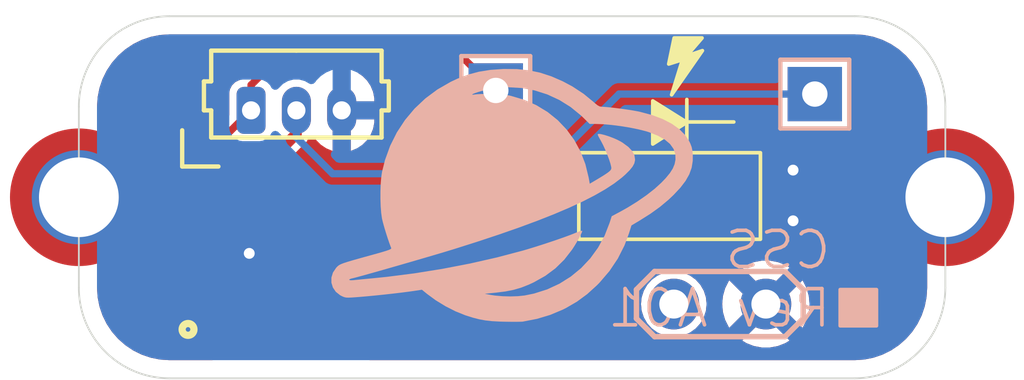
<source format=kicad_pcb>
(kicad_pcb (version 20240108) (generator "pcbnew") (generator_version "8.0")
  (layers (0 "F.Cu" signal) (31 "B.Cu" signal) (34 "B.Paste" user) (35 "F.Paste" user) (36 "B.SilkS" user "B.Silkscreen") (37 "F.SilkS" user "F.Silkscreen") (38 "B.Mask" user) (39 "F.Mask" user) (44 "Edge.Cuts" user))
  (net 0 "")
  (net 1 "OUT")
  (net 2 "Net-(CR1-CATHODE)")
  (net 3 "GND")
  (net 4 "+5V")
  (footprint "PCM_Package_TO_SOT_SMD_AKL:SOT-23-5" (layer "F.Cu") (at 131.911499 59.8 90)
    (property "Reference" "U1" (hide yes))
    (property "Value" "TSV7721IL" (hide yes))
    (fp_circle (center -1.8 -1.7) (end -1.736499 -1.7) (stroke (width 0.2)) (fill none) (layer "F.SilkS"))
    (pad "1" smd roundrect (at -1.1 -0.95 90) (size 1.06 0.65) (layers "F.Cu" "F.Paste" "F.Mask") (net 1 "OUT"))
    (pad "2" smd roundrect (at -1.099999 0 90) (size 1.06 0.65) (layers "F.Cu" "F.Paste" "F.Mask") (net 3 "GND"))
    (pad "3" smd roundrect (at -1.1 0.95 90) (size 1.06 0.65) (layers "F.Cu" "F.Paste" "F.Mask") (net 3 "GND"))
    (pad "4" smd roundrect (at 1.1 0.95 90) (size 1.06 0.65) (layers "F.Cu" "F.Paste" "F.Mask") (net 2 "Net-(CR1-CATHODE)"))
    (pad "5" smd roundrect (at 1.1 -0.95 90) (size 1.06 0.65) (layers "F.Cu" "F.Paste" "F.Mask") (net 4 "+5V"))
  )
  (footprint "VEMD6060X01:VEMD6060X01" (layer "F.Cu") (at 143.5 57.9 180)
    (property "Reference" "CR1" (hide yes))
    (property "Value" "VEMD6060X01" (hide yes))
    (fp_line (start -0.47 2.65) (end -0.47 2.01) (stroke (width 0.1)) (layer "F.SilkS"))
    (fp_line (start -0.47 2.02) (end -0.47 1.420196) (stroke (width 0.1)) (layer "F.SilkS"))
    (fp_line (start -1.765 2.03) (end 1.765 2.03) (stroke (width 0.1)) (layer "F.SilkS"))
    (fp_poly (pts (xy 0.47 1.420196) (xy 0.47 2.610196) (xy -0.47 2.02)) (stroke (width 0.1)) (fill solid) (layer "F.SilkS"))
    (fp_poly (pts (xy -2.5 -1.21) (xy 2.51 -1.21) (xy 2.51 1.18) (xy -2.5 1.18)) (stroke (width 0.1)) (fill none) (layer "F.SilkS"))
    (fp_poly (pts (xy -0.89 4.35) (xy -0.12 4.35) (xy 0.03 3.63) (xy -0.35 3.749999) (xy -0.05 2.78) (xy -0.900001 4) (xy -0.46 3.85)) (stroke (width 0.1)) (fill solid) (layer "F.SilkS"))
    (pad "1" smd rect (at -1.77 -0.530001 180) (size 1.09 0.88) (layers "F.Cu" "F.Paste" "F.Mask") (net 3 "GND"))
    (pad "2" smd rect (at -1.77 0.530001 180) (size 1.09 0.88) (layers "F.Cu" "F.Paste" "F.Mask") (net 3 "GND"))
    (pad "3" smd rect (at 1.77 0 180) (size 1.09 1.02) (layers "F.Cu" "F.Paste" "F.Mask") (net 2 "Net-(CR1-CATHODE)"))
  )
  (footprint "MountingHole:MountingHole_2.2mm_M2_DIN965_Pad_TopOnly" (layer "F.Cu") (at 127.2 57.95)
    (property "Reference" "J2" (hide yes))
    (property "Value" "M2" (hide yes))
    (pad "1" thru_hole circle (at 0 0) (size 2.6 2.6) (drill 2.2) (layers "*.Cu" "*.Mask") (net 3 "GND"))
    (pad "1" connect circle (at 0 0) (size 3.8 3.8) (layers "F.Cu" "F.Mask") (net 3 "GND"))
  )
  (footprint "Resistor_SMD:R_0805_2012Metric_Pad1.20x1.40mm_HandSolder" (layer "F.Cu") (at 138.2 59.81925 -90)
    (property "Reference" "R1" (hide yes))
    (property "Value" "1.5M" (hide yes))
    (pad "1" smd roundrect (at -1 0 270) (size 1.2 1.4) (layers "F.Cu" "F.Paste" "F.Mask") (roundrect_rratio 0.208333) (net 2 "Net-(CR1-CATHODE)"))
    (pad "2" smd roundrect (at 1 0 270) (size 1.2 1.4) (layers "F.Cu" "F.Paste" "F.Mask") (roundrect_rratio 0.208333) (net 1 "OUT"))
  )
  (footprint "PCM_Capacitor_SMD_AKL:C_0805_2012Metric_Pad1.15x1.40mm_HandSolder" (layer "F.Cu") (at 135.480749 59.81925 90)
    (property "Reference" "C1" (hide yes))
    (property "Value" "22pF" (hide yes))
    (pad "1" smd roundrect (at -1.024999 0 90) (size 1.15 1.4) (layers "F.Cu" "F.Paste" "F.Mask") (roundrect_rratio 0.217391) (net 1 "OUT"))
    (pad "2" smd roundrect (at 1.024999 0 90) (size 1.15 1.4) (layers "F.Cu" "F.Paste" "F.Mask") (roundrect_rratio 0.217391) (net 2 "Net-(CR1-CATHODE)"))
  )
  (footprint "Connector_Molex:Molex_PicoBlade_53047-0310_1x03_P1.25mm_Vertical" (layer "F.Cu") (at 131.95 55.55)
    (property "Reference" "J1" (hide yes))
    (property "Value" "PicoBlade_01x03" (hide yes))
    (fp_line (start -1.899999 1.55) (end -1.9 0.55) (stroke (width 0.12)) (layer "F.SilkS"))
    (fp_line (start -1.899999 1.55) (end -0.900001 1.55) (stroke (width 0.12)) (layer "F.SilkS"))
    (fp_line (start -1.3 -0.8) (end -1.1 -0.8) (stroke (width 0.12)) (layer "F.SilkS"))
    (fp_line (start -1.3 0) (end -1.3 -0.8) (stroke (width 0.12)) (layer "F.SilkS"))
    (fp_line (start -1.1 -1.65) (end 1.25 -1.65) (stroke (width 0.12)) (layer "F.SilkS"))
    (fp_line (start -1.1 -0.8) (end -1.1 -1.65) (stroke (width 0.12)) (layer "F.SilkS"))
    (fp_line (start -1.1 0.750001) (end -1.099999 0) (stroke (width 0.12)) (layer "F.SilkS"))
    (fp_line (start -1.099999 0) (end -1.3 0) (stroke (width 0.12)) (layer "F.SilkS"))
    (fp_line (start 1.25 0.750001) (end -1.1 0.750001) (stroke (width 0.12)) (layer "F.SilkS"))
    (fp_line (start 1.25 0.750001) (end 3.599999 0.75) (stroke (width 0.12)) (layer "F.SilkS"))
    (fp_line (start 3.599999 0) (end 3.8 0) (stroke (width 0.12)) (layer "F.SilkS"))
    (fp_line (start 3.599999 0.75) (end 3.599999 0) (stroke (width 0.12)) (layer "F.SilkS"))
    (fp_line (start 3.6 -1.65) (end 1.25 -1.65) (stroke (width 0.12)) (layer "F.SilkS"))
    (fp_line (start 3.6 -0.8) (end 3.6 -1.65) (stroke (width 0.12)) (layer "F.SilkS"))
    (fp_line (start 3.8 -0.8) (end 3.6 -0.8) (stroke (width 0.12)) (layer "F.SilkS"))
    (fp_line (start 3.8 0) (end 3.8 -0.8) (stroke (width 0.12)) (layer "F.SilkS"))
    (pad "1" thru_hole roundrect (at 0 0) (size 0.8 1.3) (drill 0.5) (layers "*.Cu" "*.Mask") (net 1 "OUT"))
    (pad "2" thru_hole oval (at 1.249999 0) (size 0.8 1.3) (drill 0.5) (layers "*.Cu" "*.Mask") (net 4 "+5V"))
    (pad "3" thru_hole oval (at 2.5 0) (size 0.8 1.3) (drill 0.5) (layers "*.Cu" "*.Mask") (net 3 "GND"))
  )
  (footprint "MountingHole:MountingHole_2.2mm_M2_DIN965_Pad_TopOnly" (layer "F.Cu") (at 151.1 57.95)
    (property "Reference" "J3" (hide yes))
    (property "Value" "M2" (hide yes))
    (pad "1" thru_hole circle (at 0 0) (size 2.6 2.6) (drill 2.2) (layers "*.Cu" "*.Mask") (net 3 "GND"))
    (pad "1" connect circle (at 0 0) (size 3.8 3.8) (layers "F.Cu" "F.Mask") (net 3 "GND"))
  )
  (footprint "TestPoint:TestPoint_2Pads_Pitch2.54mm_Drill0.8mm" (layer "B.Cu") (at 146.15 60.9 180)
    (property "Reference" "TP3" (hide yes))
    (property "Value" "TestPoint" (hide yes))
    (fp_line (start 3.57 0.4) (end 3.07 0.9) (stroke (width 0.15)) (layer "B.SilkS"))
    (fp_line (start 3.57 -0.4) (end 3.57 0.4) (stroke (width 0.15)) (layer "B.SilkS"))
    (fp_line (start 3.07 0.9) (end -0.53 0.9) (stroke (width 0.15)) (layer "B.SilkS"))
    (fp_line (start 3.07 -0.9) (end 3.57 -0.4) (stroke (width 0.15)) (layer "B.SilkS"))
    (fp_line (start -0.53 0.9) (end -1.03 0.4) (stroke (width 0.15)) (layer "B.SilkS"))
    (fp_line (start -0.53 -0.9) (end 3.07 -0.9) (stroke (width 0.15)) (layer "B.SilkS"))
    (fp_line (start -1.03 0.4) (end -1.03 -0.4) (stroke (width 0.15)) (layer "B.SilkS"))
    (fp_line (start -1.03 -0.4) (end -0.53 -0.9) (stroke (width 0.15)) (layer "B.SilkS"))
    (pad "1" thru_hole circle (at 0 0 180) (size 1.4 1.4) (drill 0.8) (layers "*.Cu" "*.Mask") (net 3 "GND"))
    (pad "2" thru_hole circle (at 2.54 0 180) (size 1.4 1.4) (drill 0.8) (layers "*.Cu" "*.Mask"))
  )
  (footprint "TestPoint:TestPoint_THTPad_1.5x1.5mm_Drill0.7mm" (layer "B.Cu") (at 147.5 55.1 180)
    (property "Reference" "TP1" (hide yes))
    (property "Value" "TestPoint" (hide yes))
    (fp_line (start 0.95 0.95) (end -0.95 0.95) (stroke (width 0.12)) (layer "B.SilkS"))
    (fp_line (start 0.95 -0.95) (end 0.95 0.95) (stroke (width 0.12)) (layer "B.SilkS"))
    (fp_line (start -0.95 0.95) (end -0.95 -0.95) (stroke (width 0.12)) (layer "B.SilkS"))
    (fp_line (start -0.95 -0.95) (end 0.95 -0.95) (stroke (width 0.12)) (layer "B.SilkS"))
    (pad "1" thru_hole rect (at 0 0 180) (size 1.5 1.5) (drill 0.7) (layers "*.Cu" "*.Mask") (net 4 "+5V"))
  )
  (footprint "TestPoint:TestPoint_THTPad_1.5x1.5mm_Drill0.7mm" (layer "B.Cu") (at 138.7 55 180)
    (property "Reference" "TP2" (hide yes))
    (property "Value" "TestPoint" (hide yes))
    (fp_line (start 0.95 0.95) (end -0.95 0.95) (stroke (width 0.12)) (layer "B.SilkS"))
    (fp_line (start 0.95 -0.95) (end 0.95 0.95) (stroke (width 0.12)) (layer "B.SilkS"))
    (fp_line (start -0.95 0.95) (end -0.95 -0.95) (stroke (width 0.12)) (layer "B.SilkS"))
    (fp_line (start -0.95 -0.95) (end 0.95 -0.95) (stroke (width 0.12)) (layer "B.SilkS"))
    (pad "1" thru_hole rect (at 0 0 180) (size 1.5 1.5) (drill 0.7) (layers "*.Cu" "*.Mask") (net 1 "OUT"))
  )
  (footprint "LOGO" (layer "B.Cu") (at 139.13435 57.9 180)
    (property "Reference" "G***" (hide yes))
    (property "Value" "LOGO" (hide yes))
    (fp_poly (pts (xy 0.236823 3.492463) (xy 0.583572 3.468052) (xy 0.899171 3.417725) (xy 1.197119 3.338161) (xy 1.490912 3.226039) (xy 1.67883 3.137749) (xy 2.043489 2.927813) (xy 2.376382 2.68038) (xy 2.675388 2.398238) (xy 2.938384 2.084177) (xy 3.163249 1.740986) (xy 3.347859 1.371452) (xy 3.490094 0.978367) (xy 3.571708 0.65) (xy 3.593596 0.501068) (xy 3.608251 0.317694) (xy 3.615685 0.113601) (xy 3.615909 -0.097488) (xy 3.608937 -0.30185) (xy 3.594781 -0.48576) (xy 3.573453 -0.635496) (xy 3.570522 -0.65) (xy 3.545495 -0.75283) (xy 3.508401 -0.88542) (xy 3.463813 -1.03322) (xy 3.416302 -1.181683) (xy 3.370441 -1.316261) (xy 3.330801 -1.422406) (xy 3.318519 -1.45181) (xy 3.319614 -1.466895) (xy 3.339519 -1.48357) (xy 3.383545 -1.503766) (xy 3.457002 -1.529416) (xy 3.565201 -1.562453) (xy 3.713454 -1.60481) (xy 3.82154 -1.634865) (xy 4.055807 -1.699667) (xy 4.246844 -1.752936) (xy 4.399662 -1.796467) (xy 4.519272 -1.83205) (xy 4.610683 -1.861477) (xy 4.678906 -1.886541) (xy 4.728952 -1.909033) (xy 4.765829 -1.930746) (xy 4.79455 -1.953471) (xy 4.820124 -1.979001) (xy 4.837779 -1.99833) (xy 4.925396 -2.128172) (xy 4.968488 -2.267872) (xy 4.968655 -2.408974) (xy 4.927496 -2.543019) (xy 4.846611 -2.661551) (xy 4.727601 -2.756113) (xy 4.690733 -2.775669) (xy 4.643777 -2.797488) (xy 4.602066 -2.812199) (xy 4.555823 -2.820343) (xy 4.495272 -2.82246) (xy 4.410634 -2.819092) (xy 4.292133 -2.810779) (xy 4.194248 -2.803132) (xy 3.986092 -2.785279) (xy 3.752531 -2.762854) (xy 3.506699 -2.737305) (xy 3.261732 -2.710078) (xy 3.030765 -2.682622) (xy 2.826933 -2.656383) (xy 2.70221 -2.638738) (xy 2.471446 -2.6043) (xy 2.33055 -2.719082) (xy 2.090514 -2.895596) (xy 1.823312 -3.059171) (xy 1.54635 -3.200122) (xy 1.277036 -3.308767) (xy 1.260335 -3.314438) (xy 1.066292 -3.375508) (xy 0.891151 -3.420486) (xy 0.719748 -3.451841) (xy 0.53692 -3.47204) (xy 0.327506 -3.483551) (xy 0.200197 -3.48698) (xy 0.051623 -3.489226) (xy -0.08437 -3.489945) (xy -0.197843 -3.489189) (xy -0.278855 -3.487006) (xy -0.312808 -3.484394) (xy -0.704512 -3.407733) (xy -1.06645 -3.299188) (xy -1.410159 -3.155115) (xy -1.503938 -3.108306) (xy -1.807105 -2.931751) (xy -2.088239 -2.724801) (xy -2.358714 -2.478836) (xy -2.428405 -2.407734) (xy -2.701873 -2.08796) (xy -2.931444 -1.744899) (xy -3.116415 -1.379727) (xy -3.240386 -1.045374) (xy -3.308137 -0.828248) (xy -3.537172 -0.69151) (xy -3.835644 -0.502843) (xy -4.096394 -0.314528) (xy -4.330923 -0.117872) (xy -4.468657 0.0125) (xy -4.656393 0.212866) (xy -4.800363 0.401294) (xy -4.903492 0.583852) (xy -4.968706 0.766606) (xy -4.998931 0.955621) (xy -4.999139 0.98785) (xy -4.522291 0.98785) (xy -4.498001 0.865414) (xy -4.448128 0.744748) (xy -4.3682 0.618581) (xy -4.253742 0.479644) (xy -4.129523 0.34963) (xy -3.944349 0.181385) (xy -3.721043 0.006465) (xy -3.469598 -0.168078) (xy -3.200009 -0.335193) (xy -3.001819 -0.446134) (xy -2.762947 -0.573801) (xy -2.705143 -0.75565) (xy -2.566769 -1.111073) (xy -2.387525 -1.439859) (xy -2.170413 -1.739439) (xy -1.918434 -2.007239) (xy -1.63459 -2.240689) (xy -1.321882 -2.437217) (xy -0.983313 -2.594252) (xy -0.621883 -2.709222) (xy -0.362858 -2.76234) (xy -0.17923 -2.781969) (xy 0.032352 -2.788652) (xy 0.251593 -2.782733) (xy 0.4582 -2.764556) (xy 0.575566 -2.746434) (xy 0.738226 -2.715617) (xy 0.425418 -2.684196) (xy 0.166542 -2.651419) (xy -0.059488 -2.606476) (xy -0.269291 -2.544816) (xy -0.479486 -2.461888) (xy -0.613104 -2.399836) (xy -0.930423 -2.222085) (xy -1.209278 -2.014974) (xy -1.45435 -1.774488) (xy -1.670315 -1.496613) (xy -1.676499 -1.4875) (xy -1.73892 -1.390529) (xy -1.80226 -1.284337) (xy -1.860871 -1.179374) (xy -1.909103 -1.086091) (xy -1.941307 -1.014937) (xy -1.951922 -0.978028) (xy -1.930808 -0.976477) (xy -1.874365 -0.992216) (xy -1.792942 -1.0221) (xy -1.752546 -1.038634) (xy -1.627738 -1.088183) (xy -1.465023 -1.148207) (xy -1.274576 -1.215286) (xy -1.066569 -1.286001) (xy -0.851174 -1.356932) (xy -0.638565 -1.42466) (xy -0.438913 -1.485766) (xy -0.312168 -1.522809) (xy 0.398108 -1.710622) (xy 1.142306 -1.879596) (xy 1.907057 -2.027258) (xy 2.67899 -2.151135) (xy 3.444735 -2.248753) (xy 3.816256 -2.286493) (xy 3.966866 -2.300643) (xy 4.10914 -2.314373) (xy 4.231703 -2.326559) (xy 4.32318 -2.336077) (xy 4.360541 -2.340295) (xy 4.43745 -2.343411) (xy 4.475568 -2.333377) (xy 4.471664 -2.315718) (xy 4.422508 -2.295959) (xy 4.39059 -2.288918) (xy 4.339864 -2.27691) (xy 4.246582 -2.25229) (xy 4.116182 -2.216623) (xy 3.954105 -2.171475) (xy 3.765789 -2.118413) (xy 3.556672 -2.059002) (xy 3.332194 -1.994809) (xy 3.097793 -1.9274) (xy 2.858908 -1.85834) (xy 2.620979 -1.789197) (xy 2.389444 -1.721535) (xy 2.169741 -1.656921) (xy 1.967311 -1.596921) (xy 1.787591 -1.543101) (xy 1.636021 -1.497027) (xy 1.576551 -1.478648) (xy 0.929984 -1.27326) (xy 0.331918 -1.074522) (xy -0.218689 -0.881978) (xy -0.722877 -0.695175) (xy -1.181688 -0.513659) (xy -1.596162 -0.336977) (xy -1.96734 -0.164673) (xy -2.296264 0.003705) (xy -2.583975 0.168611) (xy -2.831513 0.330501) (xy -3.03992 0.489826) (xy -3.139597 0.577793) (xy -3.25801 0.695823) (xy -3.338687 0.795362) (xy -3.386549 0.884066) (xy -3.40652 0.969592) (xy -3.407798 0.994878) (xy -3.389025 1.114526) (xy -3.327799 1.228979) (xy -3.221861 1.341067) (xy -3.068957 1.453618) (xy -3.015468 1.486771) (xy -2.917942 1.53793) (xy -2.799301 1.589451) (xy -2.673735 1.636293) (xy -2.555434 1.673412) (xy -2.458589 1.695767) (xy -2.41544 1.7) (xy -2.388539 1.698113) (xy -2.377438 1.686929) (xy -2.384351 1.658169) (xy -2.411487 1.603553) (xy -2.461059 1.5148) (xy -2.468322 1.50199) (xy -2.52714 1.389087) (xy -2.58691 1.258596) (xy -2.643345 1.12178) (xy -2.692158 0.989902) (xy -2.729061 0.874227) (xy -2.749767 0.786016) (xy -2.75271 0.754855) (xy -2.747782 0.726353) (xy -2.729668 0.696134) (xy -2.693374 0.660466) (xy -2.633904 0.615615) (xy -2.546264 0.557846) (xy -2.425459 0.483426) (xy -2.266495 0.38862) (xy -2.248844 0.378192) (xy -2.157884 0.324482) (xy -2.127724 0.493491) (xy -2.037393 0.864424) (xy -1.90442 1.211073) (xy -1.731186 1.530982) (xy -1.520075 1.821695) (xy -1.273471 2.080756) (xy -0.993756 2.30571) (xy -0.683314 2.4941) (xy -0.344529 2.643471) (xy 0.020217 2.751367) (xy 0.075074 2.763413) (xy 0.183898 2.779859) (xy 0.326917 2.79244) (xy 0.489363 2.800764) (xy 0.656467 2.804439) (xy 0.81346 2.803072) (xy 0.945573 2.79627) (xy 1.013579 2.788354) (xy 1.071787 2.782077) (xy 1.086672 2.788147) (xy 1.062779 2.804308) (xy 1.004653 2.828303) (xy 0.916838 2.857878) (xy 0.811475 2.888695) (xy 0.450562 2.96251) (xy 0.085744 2.988345) (xy -0.278209 2.967464) (xy -0.636523 2.90113) (xy -0.984426 2.790608) (xy -1.317147 2.637158) (xy -1.629913 2.442047) (xy -1.917952 2.206535) (xy -1.976212 2.150724) (xy -2.154568 1.975001) (xy -2.313352 1.975001) (xy -2.52134 1.967678) (xy -2.757069 1.947152) (xy -3.006499 1.915587) (xy -3.255592 1.875146) (xy -3.490307 1.827993) (xy -3.696607 1.776291) (xy -3.791232 1.747249) (xy -4.032573 1.652085) (xy -4.225773 1.543709) (xy -4.371011 1.421935) (xy -4.468468 1.286576) (xy -4.518321 1.137445) (xy -4.522291 0.98785) (xy -4.999139 0.98785) (xy -4.999955 1.11408) (xy -4.989269 1.238898) (xy -4.96864 1.337561) (xy -4.932231 1.433747) (xy -4.909151 1.482517) (xy -4.791669 1.665292) (xy -4.628453 1.831336) (xy -4.421295 1.979596) (xy -4.171986 2.109018) (xy -3.882318 2.218551) (xy -3.554081 2.307142) (xy -3.478424 2.323397) (xy -3.364245 2.344488) (xy -3.22253 2.367061) (xy -3.065181 2.389602) (xy -2.9041 2.410593) (xy -2.751188 2.428518) (xy -2.618348 2.441861) (xy -2.51748 2.449104) (xy -2.485081 2.44997) (xy -2.430664 2.459179) (xy -2.370948 2.491252) (xy -2.29456 2.552923) (xy -2.263396 2.58125) (xy -1.987544 2.807948) (xy -1.675473 3.012707) (xy -1.413892 3.15238) (xy -1.096271 3.290681) (xy -0.788016 3.391337) (xy -0.476516 3.456945) (xy -0.149156 3.490104) (xy 0.206676 3.493412)) (fill solid) (layer "B.SilkS"))
  )
  (gr_rect (start 148.2 60.5) (end 149.2 61.5) (stroke (width 0.1)) (fill solid) (layer "B.SilkS"))
  (gr_line (start 129.7 52.95) (end 148.6 52.95) (stroke (width 0.05)) (layer "Edge.Cuts"))
  (gr_arc (start 127.2 55.45) (mid 127.932233 53.682233) (end 129.7 52.95) (stroke (width 0.05)) (layer "Edge.Cuts"))
  (gr_arc (start 151.1 60.45) (mid 150.367767 62.217767) (end 148.6 62.95) (stroke (width 0.05)) (layer "Edge.Cuts"))
  (gr_arc (start 129.7 62.95) (mid 127.932233 62.217767) (end 127.2 60.45) (stroke (width 0.05)) (layer "Edge.Cuts"))
  (gr_arc (start 148.6 52.95) (mid 150.367767 53.682233) (end 151.1 55.45) (stroke (width 0.05)) (layer "Edge.Cuts"))
  (gr_line (start 148.6 62.95) (end 129.7 62.95) (stroke (width 0.05)) (layer "Edge.Cuts"))
  (gr_line (start 127.2 60.45) (end 127.2 55.45) (stroke (width 0.05)) (layer "Edge.Cuts"))
  (gr_line (start 151.1 55.45) (end 151.1 60.45) (stroke (width 0.05)) (layer "Edge.Cuts"))
  (gr_text "CSS\nRev A01\n" (at 148 61.6 0) (layer "B.SilkS") (effects (font (size 1 1) (thickness 0.1)) (justify left bottom mirror)))
  (gr_text "OUT" (at 136.3 57.8 0) (layer "F.SilkS") (effects (font (size 1.3 1.3) (thickness 0.3) (bold yes)) (justify left bottom)))
  (segment (start 132.8 54) (end 137.7 54) (width 0.2) (layer "F.Cu") (net 1))
  (segment (start 131.95 55.55) (end 131.95 54.85) (width 0.2) (layer "F.Cu") (net 1))
  (segment (start 130.961499 60.9) (end 130.961499 61.811499) (width 0.2) (layer "F.Cu") (net 1))
  (segment (start 135.480749 61.469251) (end 135.480749 60.844249) (width 0.2) (layer "F.Cu") (net 1))
  (segment (start 138.175001 60.844249) (end 138.2 60.81925) (width 0.2) (layer "F.Cu") (net 1))
  (segment (start 135.480749 60.844249) (end 138.175001 60.844249) (width 0.2) (layer "F.Cu") (net 1))
  (segment (start 130 57.5) (end 131.95 55.55) (width 0.2) (layer "F.Cu") (net 1))
  (segment (start 131.25 62.1) (end 134.85 62.1) (width 0.2) (layer "F.Cu") (net 1))
  (segment (start 130 59.938501) (end 130 57.5) (width 0.2) (layer "F.Cu") (net 1))
  (segment (start 130.961499 61.811499) (end 131.25 62.1) (width 0.2) (layer "F.Cu") (net 1))
  (segment (start 137.7 54) (end 138.7 55) (width 0.2) (layer "F.Cu") (net 1))
  (segment (start 134.85 62.1) (end 135.480749 61.469251) (width 0.2) (layer "F.Cu") (net 1))
  (segment (start 131.95 54.85) (end 132.8 54) (width 0.2) (layer "F.Cu") (net 1))
  (segment (start 130.961499 60.9) (end 130 59.938501) (width 0.2) (layer "F.Cu") (net 1))
  (segment (start 132.861499 58.7) (end 140.93 58.7) (width 0.2) (layer "F.Cu") (net 2))
  (segment (start 140.93 58.7) (end 141.73 57.9) (width 0.2) (layer "F.Cu") (net 2))
  (via (at 131.9 59.5) (size 0.6) (drill 0.3) (layers "F.Cu" "B.Cu") (net 3))
  (via (at 146.9 58.6) (size 0.6) (drill 0.3) (layers "F.Cu" "B.Cu") (net 3))
  (via (at 146.9 57.2) (size 0.6) (drill 0.3) (layers "F.Cu" "B.Cu") (net 3))
  (segment (start 130.961499 58.7) (end 130.961499 58.438501) (width 0.2) (layer "F.Cu") (net 4))
  (segment (start 130.961499 58.438501) (end 133.199999 56.200001) (width 0.3) (layer "F.Cu") (net 4))
  (segment (start 133.199999 56.200001) (end 133.199999 55.55) (width 0.2) (layer "F.Cu") (net 4))
  (segment (start 133.199999 55.55) (end 133.199999 56.299999) (width 0.2) (layer "B.Cu") (net 4))
  (segment (start 134.2 57.3) (end 139.9 57.3) (width 0.2) (layer "B.Cu") (net 4))
  (segment (start 133.199999 56.299999) (end 134.2 57.3) (width 0.2) (layer "B.Cu") (net 4))
  (segment (start 139.9 57.3) (end 142.1 55.1) (width 0.2) (layer "B.Cu") (net 4))
  (segment (start 142.1 55.1) (end 147.5 55.1) (width 0.2) (layer "B.Cu") (net 4))
  (zone (net 3) (net_name "GND") (layers "F&B.Cu") (connect_pads (clearance 0)) (min_thickness 0.25) (fill yes (thermal_gap 0.5) (thermal_bridge_width 0.5))
    (polygon (pts (xy 127.2 52.9) (xy 151.1 52.9) (xy 151.1 62.9) (xy 127.2 63)))
  )
)
</source>
